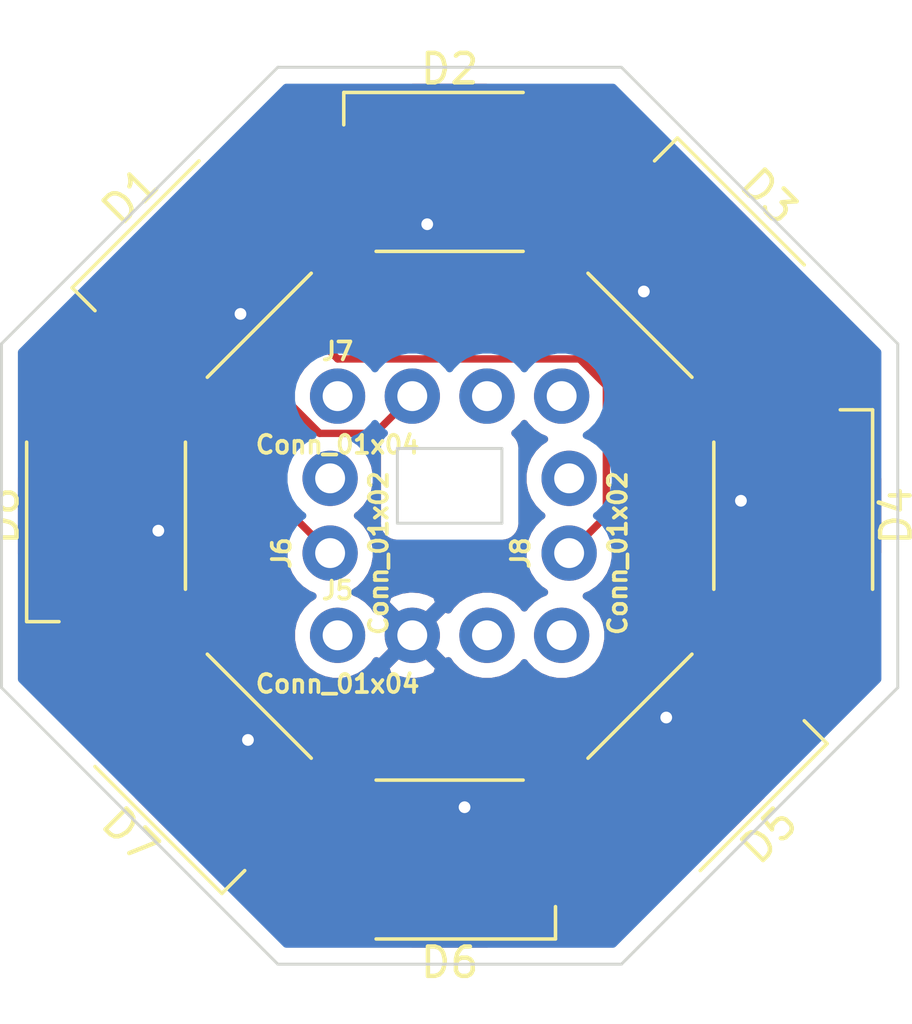
<source format=kicad_pcb>
(kicad_pcb (version 20171130) (host pcbnew "(5.1.2)-2")

  (general
    (thickness 1.6)
    (drawings 12)
    (tracks 122)
    (zones 0)
    (modules 12)
    (nets 19)
  )

  (page A4)
  (layers
    (0 F.Cu signal)
    (31 B.Cu signal)
    (32 B.Adhes user)
    (33 F.Adhes user)
    (34 B.Paste user)
    (35 F.Paste user)
    (36 B.SilkS user)
    (37 F.SilkS user)
    (38 B.Mask user)
    (39 F.Mask user)
    (40 Dwgs.User user)
    (41 Cmts.User user)
    (42 Eco1.User user)
    (43 Eco2.User user)
    (44 Edge.Cuts user)
    (45 Margin user)
    (46 B.CrtYd user)
    (47 F.CrtYd user)
    (48 B.Fab user)
    (49 F.Fab user)
  )

  (setup
    (last_trace_width 0.25)
    (trace_clearance 0.2)
    (zone_clearance 0.508)
    (zone_45_only no)
    (trace_min 0.2)
    (via_size 0.8)
    (via_drill 0.4)
    (via_min_size 0.4)
    (via_min_drill 0.3)
    (uvia_size 0.3)
    (uvia_drill 0.1)
    (uvias_allowed no)
    (uvia_min_size 0.2)
    (uvia_min_drill 0.1)
    (edge_width 0.1)
    (segment_width 0.2)
    (pcb_text_width 0.3)
    (pcb_text_size 1.5 1.5)
    (mod_edge_width 0.15)
    (mod_text_size 1 1)
    (mod_text_width 0.15)
    (pad_size 1.524 1.524)
    (pad_drill 0.762)
    (pad_to_mask_clearance 0)
    (aux_axis_origin 0 0)
    (visible_elements 7FF9FFFF)
    (pcbplotparams
      (layerselection 0x010fc_ffffffff)
      (usegerberextensions false)
      (usegerberattributes false)
      (usegerberadvancedattributes false)
      (creategerberjobfile false)
      (excludeedgelayer true)
      (linewidth 0.100000)
      (plotframeref false)
      (viasonmask false)
      (mode 1)
      (useauxorigin false)
      (hpglpennumber 1)
      (hpglpenspeed 20)
      (hpglpendiameter 15.000000)
      (psnegative false)
      (psa4output false)
      (plotreference true)
      (plotvalue true)
      (plotinvisibletext false)
      (padsonsilk false)
      (subtractmaskfromsilk false)
      (outputformat 1)
      (mirror false)
      (drillshape 1)
      (scaleselection 1)
      (outputdirectory ""))
  )

  (net 0 "")
  (net 1 GND)
  (net 2 5V)
  (net 3 "Net-(D1-Pad6)")
  (net 4 "Net-(D1-Pad5)")
  (net 5 LED_5V_CLOCK)
  (net 6 LED_5V_DATA)
  (net 7 "Net-(D2-Pad6)")
  (net 8 "Net-(D2-Pad5)")
  (net 9 "Net-(D3-Pad6)")
  (net 10 "Net-(D3-Pad5)")
  (net 11 "Net-(D4-Pad6)")
  (net 12 "Net-(D4-Pad5)")
  (net 13 "Net-(D5-Pad6)")
  (net 14 "Net-(D5-Pad5)")
  (net 15 "Net-(D6-Pad6)")
  (net 16 "Net-(D6-Pad5)")
  (net 17 "Net-(D7-Pad6)")
  (net 18 "Net-(D7-Pad5)")

  (net_class Default "This is the default net class."
    (clearance 0.2)
    (trace_width 0.25)
    (via_dia 0.8)
    (via_drill 0.4)
    (uvia_dia 0.3)
    (uvia_drill 0.1)
    (add_net 5V)
    (add_net GND)
    (add_net LED_5V_CLOCK)
    (add_net LED_5V_DATA)
    (add_net "Net-(D1-Pad5)")
    (add_net "Net-(D1-Pad6)")
    (add_net "Net-(D2-Pad5)")
    (add_net "Net-(D2-Pad6)")
    (add_net "Net-(D3-Pad5)")
    (add_net "Net-(D3-Pad6)")
    (add_net "Net-(D4-Pad5)")
    (add_net "Net-(D4-Pad6)")
    (add_net "Net-(D5-Pad5)")
    (add_net "Net-(D5-Pad6)")
    (add_net "Net-(D6-Pad5)")
    (add_net "Net-(D6-Pad6)")
    (add_net "Net-(D7-Pad5)")
    (add_net "Net-(D7-Pad6)")
  )

  (module Custom:1X02_ACTUAL_SIZE (layer F.Cu) (tedit 5E1A2FB6) (tstamp 5E1A46F3)
    (at 169.164 89.916 90)
    (descr "PLATED THROUGH HOLE - NO SILK OUTLINE")
    (tags "PLATED THROUGH HOLE - NO SILK OUTLINE")
    (path /5E1A5003)
    (attr virtual)
    (fp_text reference J8 (at 0 -1.651 90) (layer F.SilkS)
      (effects (font (size 0.6096 0.6096) (thickness 0.127)))
    )
    (fp_text value Conn_01x02 (at 0 1.651 90) (layer F.SilkS)
      (effects (font (size 0.6096 0.6096) (thickness 0.127)))
    )
    (fp_line (start -1.52 -1.27) (end -1.52 1.27) (layer Dwgs.User) (width 0.12))
    (fp_line (start 4.06 -1.27) (end -1.52 -1.27) (layer Dwgs.User) (width 0.12))
    (fp_line (start 4.06 1.27) (end 4.06 -1.27) (layer Dwgs.User) (width 0.12))
    (fp_line (start -1.52 1.27) (end 4.06 1.27) (layer Dwgs.User) (width 0.12))
    (pad 2 thru_hole circle (at 2.54 0 90) (size 1.8796 1.8796) (drill 1.016) (layers *.Cu *.Mask)
      (solder_mask_margin 0.1016))
    (pad 1 thru_hole circle (at 0 0 90) (size 1.8796 1.8796) (drill 1.016) (layers *.Cu *.Mask)
      (net 5 LED_5V_CLOCK) (solder_mask_margin 0.1016))
  )

  (module Custom:1X04_ACTUAL_SIZE (layer F.Cu) (tedit 5E1A2EF9) (tstamp 5E1A46E9)
    (at 161.29 84.582)
    (descr "PLATED THROUGH HOLE - 4 PIN NO SILK OUTLINE")
    (tags "PLATED THROUGH HOLE - 4 PIN NO SILK OUTLINE")
    (path /5E1A4AFD)
    (attr virtual)
    (fp_text reference J7 (at 0 -1.524) (layer F.SilkS)
      (effects (font (size 0.6096 0.6096) (thickness 0.127)))
    )
    (fp_text value Conn_01x04 (at 0 1.651) (layer F.SilkS)
      (effects (font (size 0.6096 0.6096) (thickness 0.127)))
    )
    (fp_line (start -1.52 1.27) (end -1.52 -1.27) (layer Dwgs.User) (width 0.12))
    (fp_line (start 9.14 1.27) (end -1.52 1.27) (layer Dwgs.User) (width 0.12))
    (fp_line (start 9.14 -1.27) (end 9.14 1.27) (layer Dwgs.User) (width 0.12))
    (fp_line (start -1.52 -1.27) (end 9.14 -1.27) (layer Dwgs.User) (width 0.12))
    (pad 4 thru_hole circle (at 7.62 0) (size 1.8796 1.8796) (drill 1.016) (layers *.Cu *.Mask)
      (solder_mask_margin 0.1016))
    (pad 3 thru_hole circle (at 5.08 0) (size 1.8796 1.8796) (drill 1.016) (layers *.Cu *.Mask)
      (solder_mask_margin 0.1016))
    (pad 2 thru_hole circle (at 2.54 0) (size 1.8796 1.8796) (drill 1.016) (layers *.Cu *.Mask)
      (net 6 LED_5V_DATA) (solder_mask_margin 0.1016))
    (pad 1 thru_hole circle (at 0 0) (size 1.8796 1.8796) (drill 1.016) (layers *.Cu *.Mask)
      (solder_mask_margin 0.1016))
  )

  (module Custom:1X02_ACTUAL_SIZE (layer F.Cu) (tedit 5E1A2FB6) (tstamp 5E1A46DD)
    (at 161.036 89.916 90)
    (descr "PLATED THROUGH HOLE - NO SILK OUTLINE")
    (tags "PLATED THROUGH HOLE - NO SILK OUTLINE")
    (path /5E1A5EED)
    (attr virtual)
    (fp_text reference J6 (at 0 -1.651 90) (layer F.SilkS)
      (effects (font (size 0.6096 0.6096) (thickness 0.127)))
    )
    (fp_text value Conn_01x02 (at 0 1.651 90) (layer F.SilkS)
      (effects (font (size 0.6096 0.6096) (thickness 0.127)))
    )
    (fp_line (start -1.52 -1.27) (end -1.52 1.27) (layer Dwgs.User) (width 0.12))
    (fp_line (start 4.06 -1.27) (end -1.52 -1.27) (layer Dwgs.User) (width 0.12))
    (fp_line (start 4.06 1.27) (end 4.06 -1.27) (layer Dwgs.User) (width 0.12))
    (fp_line (start -1.52 1.27) (end 4.06 1.27) (layer Dwgs.User) (width 0.12))
    (pad 2 thru_hole circle (at 2.54 0 90) (size 1.8796 1.8796) (drill 1.016) (layers *.Cu *.Mask)
      (solder_mask_margin 0.1016))
    (pad 1 thru_hole circle (at 0 0 90) (size 1.8796 1.8796) (drill 1.016) (layers *.Cu *.Mask)
      (net 2 5V) (solder_mask_margin 0.1016))
  )

  (module Custom:1X04_ACTUAL_SIZE (layer F.Cu) (tedit 5E1A2EF9) (tstamp 5E1A46D3)
    (at 161.29 92.71)
    (descr "PLATED THROUGH HOLE - 4 PIN NO SILK OUTLINE")
    (tags "PLATED THROUGH HOLE - 4 PIN NO SILK OUTLINE")
    (path /5E1A3CFF)
    (attr virtual)
    (fp_text reference J5 (at 0 -1.524) (layer F.SilkS)
      (effects (font (size 0.6096 0.6096) (thickness 0.127)))
    )
    (fp_text value Conn_01x04 (at 0 1.651) (layer F.SilkS)
      (effects (font (size 0.6096 0.6096) (thickness 0.127)))
    )
    (fp_line (start -1.52 1.27) (end -1.52 -1.27) (layer Dwgs.User) (width 0.12))
    (fp_line (start 9.14 1.27) (end -1.52 1.27) (layer Dwgs.User) (width 0.12))
    (fp_line (start 9.14 -1.27) (end 9.14 1.27) (layer Dwgs.User) (width 0.12))
    (fp_line (start -1.52 -1.27) (end 9.14 -1.27) (layer Dwgs.User) (width 0.12))
    (pad 4 thru_hole circle (at 7.62 0) (size 1.8796 1.8796) (drill 1.016) (layers *.Cu *.Mask)
      (solder_mask_margin 0.1016))
    (pad 3 thru_hole circle (at 5.08 0) (size 1.8796 1.8796) (drill 1.016) (layers *.Cu *.Mask)
      (solder_mask_margin 0.1016))
    (pad 2 thru_hole circle (at 2.54 0) (size 1.8796 1.8796) (drill 1.016) (layers *.Cu *.Mask)
      (net 1 GND) (solder_mask_margin 0.1016))
    (pad 1 thru_hole circle (at 0 0) (size 1.8796 1.8796) (drill 1.016) (layers *.Cu *.Mask)
      (solder_mask_margin 0.1016))
  )

  (module LED_SMD:LED_RGB_5050-6 (layer F.Cu) (tedit 59155824) (tstamp 5E2E0C2A)
    (at 156.718 80.264 45)
    (descr http://cdn.sparkfun.com/datasheets/Components/LED/5060BRG4.pdf)
    (tags "RGB LED 5050-6")
    (path /5E1A87FE)
    (attr smd)
    (fp_text reference D1 (at 0 -3.5 225) (layer F.SilkS)
      (effects (font (size 1 1) (thickness 0.15)))
    )
    (fp_text value APA102 (at 0 3.3 45) (layer F.Fab)
      (effects (font (size 1 1) (thickness 0.15)))
    )
    (fp_circle (center 0 0) (end 0 -1.9) (layer F.Fab) (width 0.1))
    (fp_text user %R (at 0 0 45) (layer F.Fab)
      (effects (font (size 0.6 0.6) (thickness 0.06)))
    )
    (fp_line (start -3.65 -2.75) (end -3.65 2.75) (layer F.CrtYd) (width 0.05))
    (fp_line (start -3.65 2.75) (end 3.65 2.75) (layer F.CrtYd) (width 0.05))
    (fp_line (start 3.65 2.75) (end 3.65 -2.75) (layer F.CrtYd) (width 0.05))
    (fp_line (start 3.65 -2.75) (end -3.65 -2.75) (layer F.CrtYd) (width 0.05))
    (fp_line (start 2.5 2.7) (end -2.5 2.7) (layer F.SilkS) (width 0.12))
    (fp_line (start -3.6 -1.6) (end -3.6 -2.7) (layer F.SilkS) (width 0.12))
    (fp_line (start -3.6 -2.7) (end 2.5 -2.7) (layer F.SilkS) (width 0.12))
    (fp_line (start -2.5 -2.5) (end -2.5 2.5) (layer F.Fab) (width 0.1))
    (fp_line (start -2.5 2.5) (end 2.5 2.5) (layer F.Fab) (width 0.1))
    (fp_line (start 2.5 2.5) (end 2.5 -2.5) (layer F.Fab) (width 0.1))
    (fp_line (start 2.5 -2.5) (end -2.5 -2.5) (layer F.Fab) (width 0.1))
    (fp_line (start -2.5 -1.9) (end -1.9 -2.5) (layer F.Fab) (width 0.1))
    (pad 6 smd rect (at 2.4 -1.7 135) (size 1.1 2) (layers F.Cu F.Paste F.Mask)
      (net 3 "Net-(D1-Pad6)"))
    (pad 5 smd rect (at 2.4 0 135) (size 1.1 2) (layers F.Cu F.Paste F.Mask)
      (net 4 "Net-(D1-Pad5)"))
    (pad 4 smd rect (at 2.4 1.7 135) (size 1.1 2) (layers F.Cu F.Paste F.Mask)
      (net 2 5V))
    (pad 3 smd rect (at -2.4 1.7 135) (size 1.1 2) (layers F.Cu F.Paste F.Mask)
      (net 1 GND))
    (pad 2 smd rect (at -2.4 0 135) (size 1.1 2) (layers F.Cu F.Paste F.Mask)
      (net 5 LED_5V_CLOCK))
    (pad 1 smd rect (at -2.4 -1.7 135) (size 1.1 2) (layers F.Cu F.Paste F.Mask)
      (net 6 LED_5V_DATA))
    (model ${KISYS3DMOD}/LED_SMD.3dshapes/LED_RGB_5050-6.wrl
      (at (xyz 0 0 0))
      (scale (xyz 1 1 1))
      (rotate (xyz 0 0 0))
    )
  )

  (module LED_SMD:LED_RGB_5050-6 (layer F.Cu) (tedit 59155824) (tstamp 5E2E0C58)
    (at 165.1 76.962)
    (descr http://cdn.sparkfun.com/datasheets/Components/LED/5060BRG4.pdf)
    (tags "RGB LED 5050-6")
    (path /5E2E1F3A)
    (attr smd)
    (fp_text reference D2 (at 0 -3.5 180) (layer F.SilkS)
      (effects (font (size 1 1) (thickness 0.15)))
    )
    (fp_text value APA102 (at 0 3.3) (layer F.Fab)
      (effects (font (size 1 1) (thickness 0.15)))
    )
    (fp_line (start -2.5 -1.9) (end -1.9 -2.5) (layer F.Fab) (width 0.1))
    (fp_line (start 2.5 -2.5) (end -2.5 -2.5) (layer F.Fab) (width 0.1))
    (fp_line (start 2.5 2.5) (end 2.5 -2.5) (layer F.Fab) (width 0.1))
    (fp_line (start -2.5 2.5) (end 2.5 2.5) (layer F.Fab) (width 0.1))
    (fp_line (start -2.5 -2.5) (end -2.5 2.5) (layer F.Fab) (width 0.1))
    (fp_line (start -3.6 -2.7) (end 2.5 -2.7) (layer F.SilkS) (width 0.12))
    (fp_line (start -3.6 -1.6) (end -3.6 -2.7) (layer F.SilkS) (width 0.12))
    (fp_line (start 2.5 2.7) (end -2.5 2.7) (layer F.SilkS) (width 0.12))
    (fp_line (start 3.65 -2.75) (end -3.65 -2.75) (layer F.CrtYd) (width 0.05))
    (fp_line (start 3.65 2.75) (end 3.65 -2.75) (layer F.CrtYd) (width 0.05))
    (fp_line (start -3.65 2.75) (end 3.65 2.75) (layer F.CrtYd) (width 0.05))
    (fp_line (start -3.65 -2.75) (end -3.65 2.75) (layer F.CrtYd) (width 0.05))
    (fp_text user %R (at 0 0) (layer F.Fab)
      (effects (font (size 0.6 0.6) (thickness 0.06)))
    )
    (fp_circle (center 0 0) (end 0 -1.9) (layer F.Fab) (width 0.1))
    (pad 1 smd rect (at -2.4 -1.7 90) (size 1.1 2) (layers F.Cu F.Paste F.Mask)
      (net 3 "Net-(D1-Pad6)"))
    (pad 2 smd rect (at -2.4 0 90) (size 1.1 2) (layers F.Cu F.Paste F.Mask)
      (net 4 "Net-(D1-Pad5)"))
    (pad 3 smd rect (at -2.4 1.7 90) (size 1.1 2) (layers F.Cu F.Paste F.Mask)
      (net 1 GND))
    (pad 4 smd rect (at 2.4 1.7 90) (size 1.1 2) (layers F.Cu F.Paste F.Mask)
      (net 2 5V))
    (pad 5 smd rect (at 2.4 0 90) (size 1.1 2) (layers F.Cu F.Paste F.Mask)
      (net 8 "Net-(D2-Pad5)"))
    (pad 6 smd rect (at 2.4 -1.7 90) (size 1.1 2) (layers F.Cu F.Paste F.Mask)
      (net 7 "Net-(D2-Pad6)"))
    (model ${KISYS3DMOD}/LED_SMD.3dshapes/LED_RGB_5050-6.wrl
      (at (xyz 0 0 0))
      (scale (xyz 1 1 1))
      (rotate (xyz 0 0 0))
    )
  )

  (module LED_SMD:LED_RGB_5050-6 (layer F.Cu) (tedit 59155824) (tstamp 5E2E0C70)
    (at 173.482 80.264 315)
    (descr http://cdn.sparkfun.com/datasheets/Components/LED/5060BRG4.pdf)
    (tags "RGB LED 5050-6")
    (path /5E2E26C8)
    (attr smd)
    (fp_text reference D3 (at 0 -3.5 315) (layer F.SilkS)
      (effects (font (size 1 1) (thickness 0.15)))
    )
    (fp_text value APA102 (at 0 3.3 135) (layer F.Fab)
      (effects (font (size 1 1) (thickness 0.15)))
    )
    (fp_circle (center 0 0) (end 0 -1.9) (layer F.Fab) (width 0.1))
    (fp_text user %R (at 0 0 135) (layer F.Fab)
      (effects (font (size 0.6 0.6) (thickness 0.06)))
    )
    (fp_line (start -3.65 -2.75) (end -3.65 2.75) (layer F.CrtYd) (width 0.05))
    (fp_line (start -3.65 2.75) (end 3.65 2.75) (layer F.CrtYd) (width 0.05))
    (fp_line (start 3.65 2.75) (end 3.65 -2.75) (layer F.CrtYd) (width 0.05))
    (fp_line (start 3.65 -2.75) (end -3.65 -2.75) (layer F.CrtYd) (width 0.05))
    (fp_line (start 2.5 2.7) (end -2.5 2.7) (layer F.SilkS) (width 0.12))
    (fp_line (start -3.6 -1.6) (end -3.6 -2.7) (layer F.SilkS) (width 0.12))
    (fp_line (start -3.6 -2.7) (end 2.5 -2.7) (layer F.SilkS) (width 0.12))
    (fp_line (start -2.5 -2.5) (end -2.5 2.5) (layer F.Fab) (width 0.1))
    (fp_line (start -2.5 2.5) (end 2.5 2.5) (layer F.Fab) (width 0.1))
    (fp_line (start 2.5 2.5) (end 2.5 -2.5) (layer F.Fab) (width 0.1))
    (fp_line (start 2.5 -2.5) (end -2.5 -2.5) (layer F.Fab) (width 0.1))
    (fp_line (start -2.5 -1.9) (end -1.9 -2.5) (layer F.Fab) (width 0.1))
    (pad 6 smd rect (at 2.4 -1.7 45) (size 1.1 2) (layers F.Cu F.Paste F.Mask)
      (net 9 "Net-(D3-Pad6)"))
    (pad 5 smd rect (at 2.4 0 45) (size 1.1 2) (layers F.Cu F.Paste F.Mask)
      (net 10 "Net-(D3-Pad5)"))
    (pad 4 smd rect (at 2.4 1.7 45) (size 1.1 2) (layers F.Cu F.Paste F.Mask)
      (net 2 5V))
    (pad 3 smd rect (at -2.4 1.7 45) (size 1.1 2) (layers F.Cu F.Paste F.Mask)
      (net 1 GND))
    (pad 2 smd rect (at -2.4 0 45) (size 1.1 2) (layers F.Cu F.Paste F.Mask)
      (net 8 "Net-(D2-Pad5)"))
    (pad 1 smd rect (at -2.4 -1.7 45) (size 1.1 2) (layers F.Cu F.Paste F.Mask)
      (net 7 "Net-(D2-Pad6)"))
    (model ${KISYS3DMOD}/LED_SMD.3dshapes/LED_RGB_5050-6.wrl
      (at (xyz 0 0 0))
      (scale (xyz 1 1 1))
      (rotate (xyz 0 0 0))
    )
  )

  (module LED_SMD:LED_RGB_5050-6 (layer F.Cu) (tedit 59155824) (tstamp 5E2E0C88)
    (at 176.784 88.646 270)
    (descr http://cdn.sparkfun.com/datasheets/Components/LED/5060BRG4.pdf)
    (tags "RGB LED 5050-6")
    (path /5E2E302F)
    (attr smd)
    (fp_text reference D4 (at 0 -3.5 270) (layer F.SilkS)
      (effects (font (size 1 1) (thickness 0.15)))
    )
    (fp_text value APA102 (at 0 3.3 90) (layer F.Fab)
      (effects (font (size 1 1) (thickness 0.15)))
    )
    (fp_line (start -2.5 -1.9) (end -1.9 -2.5) (layer F.Fab) (width 0.1))
    (fp_line (start 2.5 -2.5) (end -2.5 -2.5) (layer F.Fab) (width 0.1))
    (fp_line (start 2.5 2.5) (end 2.5 -2.5) (layer F.Fab) (width 0.1))
    (fp_line (start -2.5 2.5) (end 2.5 2.5) (layer F.Fab) (width 0.1))
    (fp_line (start -2.5 -2.5) (end -2.5 2.5) (layer F.Fab) (width 0.1))
    (fp_line (start -3.6 -2.7) (end 2.5 -2.7) (layer F.SilkS) (width 0.12))
    (fp_line (start -3.6 -1.6) (end -3.6 -2.7) (layer F.SilkS) (width 0.12))
    (fp_line (start 2.5 2.7) (end -2.5 2.7) (layer F.SilkS) (width 0.12))
    (fp_line (start 3.65 -2.75) (end -3.65 -2.75) (layer F.CrtYd) (width 0.05))
    (fp_line (start 3.65 2.75) (end 3.65 -2.75) (layer F.CrtYd) (width 0.05))
    (fp_line (start -3.65 2.75) (end 3.65 2.75) (layer F.CrtYd) (width 0.05))
    (fp_line (start -3.65 -2.75) (end -3.65 2.75) (layer F.CrtYd) (width 0.05))
    (fp_text user %R (at 0 0 90) (layer F.Fab)
      (effects (font (size 0.6 0.6) (thickness 0.06)))
    )
    (fp_circle (center 0 0) (end 0 -1.9) (layer F.Fab) (width 0.1))
    (pad 1 smd rect (at -2.4 -1.7) (size 1.1 2) (layers F.Cu F.Paste F.Mask)
      (net 9 "Net-(D3-Pad6)"))
    (pad 2 smd rect (at -2.4 0) (size 1.1 2) (layers F.Cu F.Paste F.Mask)
      (net 10 "Net-(D3-Pad5)"))
    (pad 3 smd rect (at -2.4 1.7) (size 1.1 2) (layers F.Cu F.Paste F.Mask)
      (net 1 GND))
    (pad 4 smd rect (at 2.4 1.7) (size 1.1 2) (layers F.Cu F.Paste F.Mask)
      (net 2 5V))
    (pad 5 smd rect (at 2.4 0) (size 1.1 2) (layers F.Cu F.Paste F.Mask)
      (net 12 "Net-(D4-Pad5)"))
    (pad 6 smd rect (at 2.4 -1.7) (size 1.1 2) (layers F.Cu F.Paste F.Mask)
      (net 11 "Net-(D4-Pad6)"))
    (model ${KISYS3DMOD}/LED_SMD.3dshapes/LED_RGB_5050-6.wrl
      (at (xyz 0 0 0))
      (scale (xyz 1 1 1))
      (rotate (xyz 0 0 0))
    )
  )

  (module LED_SMD:LED_RGB_5050-6 (layer F.Cu) (tedit 59155824) (tstamp 5E2E0CA0)
    (at 173.482 97.028 225)
    (descr http://cdn.sparkfun.com/datasheets/Components/LED/5060BRG4.pdf)
    (tags "RGB LED 5050-6")
    (path /5E2E367A)
    (attr smd)
    (fp_text reference D5 (at 0 -3.5 225) (layer F.SilkS)
      (effects (font (size 1 1) (thickness 0.15)))
    )
    (fp_text value APA102 (at 0 3.3 45) (layer F.Fab)
      (effects (font (size 1 1) (thickness 0.15)))
    )
    (fp_circle (center 0 0) (end 0 -1.9) (layer F.Fab) (width 0.1))
    (fp_text user %R (at 0 0 45) (layer F.Fab)
      (effects (font (size 0.6 0.6) (thickness 0.06)))
    )
    (fp_line (start -3.65 -2.75) (end -3.65 2.75) (layer F.CrtYd) (width 0.05))
    (fp_line (start -3.65 2.75) (end 3.65 2.75) (layer F.CrtYd) (width 0.05))
    (fp_line (start 3.65 2.75) (end 3.65 -2.75) (layer F.CrtYd) (width 0.05))
    (fp_line (start 3.65 -2.75) (end -3.65 -2.75) (layer F.CrtYd) (width 0.05))
    (fp_line (start 2.5 2.7) (end -2.5 2.7) (layer F.SilkS) (width 0.12))
    (fp_line (start -3.6 -1.6) (end -3.6 -2.7) (layer F.SilkS) (width 0.12))
    (fp_line (start -3.6 -2.7) (end 2.5 -2.7) (layer F.SilkS) (width 0.12))
    (fp_line (start -2.5 -2.5) (end -2.5 2.5) (layer F.Fab) (width 0.1))
    (fp_line (start -2.5 2.5) (end 2.5 2.5) (layer F.Fab) (width 0.1))
    (fp_line (start 2.5 2.5) (end 2.5 -2.5) (layer F.Fab) (width 0.1))
    (fp_line (start 2.5 -2.5) (end -2.5 -2.5) (layer F.Fab) (width 0.1))
    (fp_line (start -2.5 -1.9) (end -1.9 -2.5) (layer F.Fab) (width 0.1))
    (pad 6 smd rect (at 2.4 -1.7 315) (size 1.1 2) (layers F.Cu F.Paste F.Mask)
      (net 13 "Net-(D5-Pad6)"))
    (pad 5 smd rect (at 2.4 0 315) (size 1.1 2) (layers F.Cu F.Paste F.Mask)
      (net 14 "Net-(D5-Pad5)"))
    (pad 4 smd rect (at 2.4 1.7 315) (size 1.1 2) (layers F.Cu F.Paste F.Mask)
      (net 2 5V))
    (pad 3 smd rect (at -2.4 1.7 315) (size 1.1 2) (layers F.Cu F.Paste F.Mask)
      (net 1 GND))
    (pad 2 smd rect (at -2.4 0 315) (size 1.1 2) (layers F.Cu F.Paste F.Mask)
      (net 12 "Net-(D4-Pad5)"))
    (pad 1 smd rect (at -2.4 -1.7 315) (size 1.1 2) (layers F.Cu F.Paste F.Mask)
      (net 11 "Net-(D4-Pad6)"))
    (model ${KISYS3DMOD}/LED_SMD.3dshapes/LED_RGB_5050-6.wrl
      (at (xyz 0 0 0))
      (scale (xyz 1 1 1))
      (rotate (xyz 0 0 0))
    )
  )

  (module LED_SMD:LED_RGB_5050-6 (layer F.Cu) (tedit 59155824) (tstamp 5E2E0CB8)
    (at 165.1 100.33 180)
    (descr http://cdn.sparkfun.com/datasheets/Components/LED/5060BRG4.pdf)
    (tags "RGB LED 5050-6")
    (path /5E2E3C37)
    (attr smd)
    (fp_text reference D6 (at 0 -3.5 180) (layer F.SilkS)
      (effects (font (size 1 1) (thickness 0.15)))
    )
    (fp_text value APA102 (at 0 3.3) (layer F.Fab)
      (effects (font (size 1 1) (thickness 0.15)))
    )
    (fp_line (start -2.5 -1.9) (end -1.9 -2.5) (layer F.Fab) (width 0.1))
    (fp_line (start 2.5 -2.5) (end -2.5 -2.5) (layer F.Fab) (width 0.1))
    (fp_line (start 2.5 2.5) (end 2.5 -2.5) (layer F.Fab) (width 0.1))
    (fp_line (start -2.5 2.5) (end 2.5 2.5) (layer F.Fab) (width 0.1))
    (fp_line (start -2.5 -2.5) (end -2.5 2.5) (layer F.Fab) (width 0.1))
    (fp_line (start -3.6 -2.7) (end 2.5 -2.7) (layer F.SilkS) (width 0.12))
    (fp_line (start -3.6 -1.6) (end -3.6 -2.7) (layer F.SilkS) (width 0.12))
    (fp_line (start 2.5 2.7) (end -2.5 2.7) (layer F.SilkS) (width 0.12))
    (fp_line (start 3.65 -2.75) (end -3.65 -2.75) (layer F.CrtYd) (width 0.05))
    (fp_line (start 3.65 2.75) (end 3.65 -2.75) (layer F.CrtYd) (width 0.05))
    (fp_line (start -3.65 2.75) (end 3.65 2.75) (layer F.CrtYd) (width 0.05))
    (fp_line (start -3.65 -2.75) (end -3.65 2.75) (layer F.CrtYd) (width 0.05))
    (fp_text user %R (at 0 0) (layer F.Fab)
      (effects (font (size 0.6 0.6) (thickness 0.06)))
    )
    (fp_circle (center 0 0) (end 0 -1.9) (layer F.Fab) (width 0.1))
    (pad 1 smd rect (at -2.4 -1.7 270) (size 1.1 2) (layers F.Cu F.Paste F.Mask)
      (net 13 "Net-(D5-Pad6)"))
    (pad 2 smd rect (at -2.4 0 270) (size 1.1 2) (layers F.Cu F.Paste F.Mask)
      (net 14 "Net-(D5-Pad5)"))
    (pad 3 smd rect (at -2.4 1.7 270) (size 1.1 2) (layers F.Cu F.Paste F.Mask)
      (net 1 GND))
    (pad 4 smd rect (at 2.4 1.7 270) (size 1.1 2) (layers F.Cu F.Paste F.Mask)
      (net 2 5V))
    (pad 5 smd rect (at 2.4 0 270) (size 1.1 2) (layers F.Cu F.Paste F.Mask)
      (net 16 "Net-(D6-Pad5)"))
    (pad 6 smd rect (at 2.4 -1.7 270) (size 1.1 2) (layers F.Cu F.Paste F.Mask)
      (net 15 "Net-(D6-Pad6)"))
    (model ${KISYS3DMOD}/LED_SMD.3dshapes/LED_RGB_5050-6.wrl
      (at (xyz 0 0 0))
      (scale (xyz 1 1 1))
      (rotate (xyz 0 0 0))
    )
  )

  (module LED_SMD:LED_RGB_5050-6 (layer F.Cu) (tedit 59155824) (tstamp 5E2E0CD0)
    (at 156.718 97.028 135)
    (descr http://cdn.sparkfun.com/datasheets/Components/LED/5060BRG4.pdf)
    (tags "RGB LED 5050-6")
    (path /5E2E46EE)
    (attr smd)
    (fp_text reference D7 (at 0 -3.5 315) (layer F.SilkS)
      (effects (font (size 1 1) (thickness 0.15)))
    )
    (fp_text value APA102 (at 0 3.3 135) (layer F.Fab)
      (effects (font (size 1 1) (thickness 0.15)))
    )
    (fp_circle (center 0 0) (end 0 -1.9) (layer F.Fab) (width 0.1))
    (fp_text user %R (at 0 0 135) (layer F.Fab)
      (effects (font (size 0.6 0.6) (thickness 0.06)))
    )
    (fp_line (start -3.65 -2.75) (end -3.65 2.75) (layer F.CrtYd) (width 0.05))
    (fp_line (start -3.65 2.75) (end 3.65 2.75) (layer F.CrtYd) (width 0.05))
    (fp_line (start 3.65 2.75) (end 3.65 -2.75) (layer F.CrtYd) (width 0.05))
    (fp_line (start 3.65 -2.75) (end -3.65 -2.75) (layer F.CrtYd) (width 0.05))
    (fp_line (start 2.5 2.7) (end -2.5 2.7) (layer F.SilkS) (width 0.12))
    (fp_line (start -3.6 -1.6) (end -3.6 -2.7) (layer F.SilkS) (width 0.12))
    (fp_line (start -3.6 -2.7) (end 2.5 -2.7) (layer F.SilkS) (width 0.12))
    (fp_line (start -2.5 -2.5) (end -2.5 2.5) (layer F.Fab) (width 0.1))
    (fp_line (start -2.5 2.5) (end 2.5 2.5) (layer F.Fab) (width 0.1))
    (fp_line (start 2.5 2.5) (end 2.5 -2.5) (layer F.Fab) (width 0.1))
    (fp_line (start 2.5 -2.5) (end -2.5 -2.5) (layer F.Fab) (width 0.1))
    (fp_line (start -2.5 -1.9) (end -1.9 -2.5) (layer F.Fab) (width 0.1))
    (pad 6 smd rect (at 2.4 -1.7 225) (size 1.1 2) (layers F.Cu F.Paste F.Mask)
      (net 17 "Net-(D7-Pad6)"))
    (pad 5 smd rect (at 2.4 0 225) (size 1.1 2) (layers F.Cu F.Paste F.Mask)
      (net 18 "Net-(D7-Pad5)"))
    (pad 4 smd rect (at 2.4 1.7 225) (size 1.1 2) (layers F.Cu F.Paste F.Mask)
      (net 2 5V))
    (pad 3 smd rect (at -2.4 1.7 225) (size 1.1 2) (layers F.Cu F.Paste F.Mask)
      (net 1 GND))
    (pad 2 smd rect (at -2.4 0 225) (size 1.1 2) (layers F.Cu F.Paste F.Mask)
      (net 16 "Net-(D6-Pad5)"))
    (pad 1 smd rect (at -2.4 -1.7 225) (size 1.1 2) (layers F.Cu F.Paste F.Mask)
      (net 15 "Net-(D6-Pad6)"))
    (model ${KISYS3DMOD}/LED_SMD.3dshapes/LED_RGB_5050-6.wrl
      (at (xyz 0 0 0))
      (scale (xyz 1 1 1))
      (rotate (xyz 0 0 0))
    )
  )

  (module LED_SMD:LED_RGB_5050-6 (layer F.Cu) (tedit 59155824) (tstamp 5E2E0CE8)
    (at 153.416 88.646 90)
    (descr http://cdn.sparkfun.com/datasheets/Components/LED/5060BRG4.pdf)
    (tags "RGB LED 5050-6")
    (path /5E2E536E)
    (attr smd)
    (fp_text reference D8 (at 0 -3.5 270) (layer F.SilkS)
      (effects (font (size 1 1) (thickness 0.15)))
    )
    (fp_text value APA102 (at 0 3.3 90) (layer F.Fab)
      (effects (font (size 1 1) (thickness 0.15)))
    )
    (fp_line (start -2.5 -1.9) (end -1.9 -2.5) (layer F.Fab) (width 0.1))
    (fp_line (start 2.5 -2.5) (end -2.5 -2.5) (layer F.Fab) (width 0.1))
    (fp_line (start 2.5 2.5) (end 2.5 -2.5) (layer F.Fab) (width 0.1))
    (fp_line (start -2.5 2.5) (end 2.5 2.5) (layer F.Fab) (width 0.1))
    (fp_line (start -2.5 -2.5) (end -2.5 2.5) (layer F.Fab) (width 0.1))
    (fp_line (start -3.6 -2.7) (end 2.5 -2.7) (layer F.SilkS) (width 0.12))
    (fp_line (start -3.6 -1.6) (end -3.6 -2.7) (layer F.SilkS) (width 0.12))
    (fp_line (start 2.5 2.7) (end -2.5 2.7) (layer F.SilkS) (width 0.12))
    (fp_line (start 3.65 -2.75) (end -3.65 -2.75) (layer F.CrtYd) (width 0.05))
    (fp_line (start 3.65 2.75) (end 3.65 -2.75) (layer F.CrtYd) (width 0.05))
    (fp_line (start -3.65 2.75) (end 3.65 2.75) (layer F.CrtYd) (width 0.05))
    (fp_line (start -3.65 -2.75) (end -3.65 2.75) (layer F.CrtYd) (width 0.05))
    (fp_text user %R (at 0 0 90) (layer F.Fab)
      (effects (font (size 0.6 0.6) (thickness 0.06)))
    )
    (fp_circle (center 0 0) (end 0 -1.9) (layer F.Fab) (width 0.1))
    (pad 1 smd rect (at -2.4 -1.7 180) (size 1.1 2) (layers F.Cu F.Paste F.Mask)
      (net 17 "Net-(D7-Pad6)"))
    (pad 2 smd rect (at -2.4 0 180) (size 1.1 2) (layers F.Cu F.Paste F.Mask)
      (net 18 "Net-(D7-Pad5)"))
    (pad 3 smd rect (at -2.4 1.7 180) (size 1.1 2) (layers F.Cu F.Paste F.Mask)
      (net 1 GND))
    (pad 4 smd rect (at 2.4 1.7 180) (size 1.1 2) (layers F.Cu F.Paste F.Mask)
      (net 2 5V))
    (pad 5 smd rect (at 2.4 0 180) (size 1.1 2) (layers F.Cu F.Paste F.Mask))
    (pad 6 smd rect (at 2.4 -1.7 180) (size 1.1 2) (layers F.Cu F.Paste F.Mask))
    (model ${KISYS3DMOD}/LED_SMD.3dshapes/LED_RGB_5050-6.wrl
      (at (xyz 0 0 0))
      (scale (xyz 1 1 1))
      (rotate (xyz 0 0 0))
    )
  )

  (gr_line (start 180.34 82.804) (end 170.942 73.406) (layer Edge.Cuts) (width 0.1) (tstamp 5E2E1C84))
  (gr_line (start 170.942 103.886) (end 180.34 94.488) (layer Edge.Cuts) (width 0.1) (tstamp 5E2E1C83))
  (gr_line (start 149.86 94.488) (end 159.258 103.886) (layer Edge.Cuts) (width 0.1) (tstamp 5E2E1C82))
  (gr_line (start 159.258 73.406) (end 149.86 82.804) (layer Edge.Cuts) (width 0.1) (tstamp 5E2E1C6F))
  (gr_line (start 149.86 94.488) (end 149.86 82.804) (layer Edge.Cuts) (width 0.1))
  (gr_line (start 170.942 103.886) (end 159.258 103.886) (layer Edge.Cuts) (width 0.1))
  (gr_line (start 180.34 82.804) (end 180.34 94.488) (layer Edge.Cuts) (width 0.1))
  (gr_line (start 159.258 73.406) (end 170.942 73.406) (layer Edge.Cuts) (width 0.1))
  (gr_line (start 163.322 86.36) (end 163.322 88.9) (layer Edge.Cuts) (width 0.1) (tstamp 5E1BBAA0))
  (gr_line (start 166.878 86.36) (end 163.322 86.36) (layer Edge.Cuts) (width 0.1))
  (gr_line (start 166.878 88.9) (end 166.878 86.36) (layer Edge.Cuts) (width 0.1))
  (gr_line (start 163.322 88.9) (end 166.878 88.9) (layer Edge.Cuts) (width 0.1))

  (via (at 157.988 81.788) (size 0.8) (drill 0.4) (layers F.Cu B.Cu) (net 1))
  (segment (start 156.223025 83.163138) (end 156.612862 83.163138) (width 0.25) (layer F.Cu) (net 1))
  (segment (start 156.612862 83.163138) (end 157.988 81.788) (width 0.25) (layer F.Cu) (net 1))
  (via (at 164.338 78.74) (size 0.8) (drill 0.4) (layers F.Cu B.Cu) (net 1))
  (segment (start 157.988 81.788) (end 161.036 78.74) (width 0.25) (layer B.Cu) (net 1))
  (segment (start 161.036 78.74) (end 164.338 78.74) (width 0.25) (layer B.Cu) (net 1))
  (segment (start 162.778 78.74) (end 162.7 78.662) (width 0.25) (layer F.Cu) (net 1))
  (segment (start 164.338 78.74) (end 162.778 78.74) (width 0.25) (layer F.Cu) (net 1))
  (via (at 171.704 81.026) (size 0.8) (drill 0.4) (layers F.Cu B.Cu) (net 1))
  (segment (start 164.338 78.74) (end 169.418 78.74) (width 0.25) (layer B.Cu) (net 1))
  (segment (start 169.418 78.74) (end 171.704 81.026) (width 0.25) (layer B.Cu) (net 1))
  (segment (start 171.704 80.890163) (end 170.582862 79.769025) (width 0.25) (layer F.Cu) (net 1))
  (segment (start 171.704 81.026) (end 171.704 80.890163) (width 0.25) (layer F.Cu) (net 1))
  (segment (start 171.704 81.026) (end 172.103999 81.425999) (width 0.25) (layer B.Cu) (net 1))
  (via (at 175.006 88.138) (size 0.8) (drill 0.4) (layers F.Cu B.Cu) (net 1))
  (segment (start 172.103999 81.425999) (end 175.006 84.328) (width 0.25) (layer B.Cu) (net 1))
  (segment (start 175.006 84.328) (end 175.006 88.138) (width 0.25) (layer B.Cu) (net 1))
  (segment (start 175.006 86.324) (end 175.084 86.246) (width 0.25) (layer F.Cu) (net 1))
  (segment (start 175.006 88.138) (end 175.006 86.324) (width 0.25) (layer F.Cu) (net 1))
  (via (at 172.466 95.504) (size 0.8) (drill 0.4) (layers F.Cu B.Cu) (net 1))
  (segment (start 175.006 88.138) (end 175.006 92.964) (width 0.25) (layer B.Cu) (net 1))
  (segment (start 175.006 92.964) (end 172.466 95.504) (width 0.25) (layer B.Cu) (net 1))
  (segment (start 172.601837 95.504) (end 173.976975 94.128862) (width 0.25) (layer F.Cu) (net 1))
  (segment (start 172.466 95.504) (end 172.601837 95.504) (width 0.25) (layer F.Cu) (net 1))
  (segment (start 172.466 95.504) (end 169.418 98.552) (width 0.25) (layer B.Cu) (net 1))
  (via (at 165.608 98.552) (size 0.8) (drill 0.4) (layers F.Cu B.Cu) (net 1))
  (segment (start 169.418 98.552) (end 165.608 98.552) (width 0.25) (layer B.Cu) (net 1))
  (segment (start 167.422 98.552) (end 167.5 98.63) (width 0.25) (layer F.Cu) (net 1))
  (segment (start 165.608 98.552) (end 167.422 98.552) (width 0.25) (layer F.Cu) (net 1))
  (segment (start 165.608 98.552) (end 160.528 98.552) (width 0.25) (layer B.Cu) (net 1))
  (via (at 158.242 96.266) (size 0.8) (drill 0.4) (layers F.Cu B.Cu) (net 1))
  (segment (start 160.528 98.552) (end 158.242 96.266) (width 0.25) (layer B.Cu) (net 1))
  (segment (start 158.360163 96.266) (end 159.617138 97.522975) (width 0.25) (layer F.Cu) (net 1))
  (segment (start 158.242 96.266) (end 158.360163 96.266) (width 0.25) (layer F.Cu) (net 1))
  (segment (start 158.242 96.266) (end 155.194 93.218) (width 0.25) (layer B.Cu) (net 1))
  (segment (start 155.194 93.218) (end 155.194 89.154) (width 0.25) (layer B.Cu) (net 1))
  (via (at 155.194 89.154) (size 0.8) (drill 0.4) (layers F.Cu B.Cu) (net 1))
  (segment (start 155.194 90.968) (end 155.116 91.046) (width 0.25) (layer F.Cu) (net 1))
  (segment (start 155.194 89.154) (end 155.194 90.968) (width 0.25) (layer F.Cu) (net 1))
  (segment (start 165.608 94.488) (end 163.83 92.71) (width 0.25) (layer B.Cu) (net 1))
  (segment (start 165.608 98.552) (end 165.608 94.488) (width 0.25) (layer B.Cu) (net 1))
  (segment (start 166.25 78.662) (end 167.5 78.662) (width 0.25) (layer F.Cu) (net 2))
  (segment (start 165.374999 79.537001) (end 166.25 78.662) (width 0.25) (layer F.Cu) (net 2))
  (segment (start 160.72698 79.537001) (end 165.374999 79.537001) (width 0.25) (layer F.Cu) (net 2))
  (segment (start 160.494956 79.769025) (end 160.72698 79.537001) (width 0.25) (layer F.Cu) (net 2))
  (segment (start 159.617138 79.769025) (end 160.494956 79.769025) (width 0.25) (layer F.Cu) (net 2))
  (segment (start 173.099157 83.163138) (end 173.976975 83.163138) (width 0.25) (layer F.Cu) (net 2))
  (segment (start 171.201138 83.163138) (end 173.099157 83.163138) (width 0.25) (layer F.Cu) (net 2))
  (segment (start 167.5 79.462) (end 171.201138 83.163138) (width 0.25) (layer F.Cu) (net 2))
  (segment (start 167.5 78.662) (end 167.5 79.462) (width 0.25) (layer F.Cu) (net 2))
  (segment (start 175.084 89.796) (end 175.084 91.046) (width 0.25) (layer F.Cu) (net 2))
  (segment (start 173.517356 88.229356) (end 175.084 89.796) (width 0.25) (layer F.Cu) (net 2))
  (segment (start 173.517356 83.622757) (end 173.517356 88.229356) (width 0.25) (layer F.Cu) (net 2))
  (segment (start 173.976975 83.163138) (end 173.517356 83.622757) (width 0.25) (layer F.Cu) (net 2))
  (segment (start 170.582862 96.645157) (end 170.582862 97.522975) (width 0.25) (layer F.Cu) (net 2))
  (segment (start 170.582862 94.747138) (end 170.582862 96.645157) (width 0.25) (layer F.Cu) (net 2))
  (segment (start 174.284 91.046) (end 170.582862 94.747138) (width 0.25) (layer F.Cu) (net 2))
  (segment (start 175.084 91.046) (end 174.284 91.046) (width 0.25) (layer F.Cu) (net 2))
  (segment (start 163.007025 97.522975) (end 162.7 97.83) (width 0.25) (layer F.Cu) (net 2))
  (segment (start 170.582862 97.522975) (end 163.007025 97.522975) (width 0.25) (layer F.Cu) (net 2))
  (segment (start 157.100843 94.128862) (end 156.223025 94.128862) (width 0.25) (layer F.Cu) (net 2))
  (segment (start 158.998862 94.128862) (end 157.100843 94.128862) (width 0.25) (layer F.Cu) (net 2))
  (segment (start 162.7 97.83) (end 158.998862 94.128862) (width 0.25) (layer F.Cu) (net 2))
  (segment (start 162.7 98.63) (end 162.7 97.83) (width 0.25) (layer F.Cu) (net 2))
  (segment (start 155.916 86.246) (end 155.116 86.246) (width 0.25) (layer F.Cu) (net 2))
  (segment (start 156.223025 86.553025) (end 155.916 86.246) (width 0.25) (layer F.Cu) (net 2))
  (segment (start 156.223025 94.128862) (end 156.223025 86.553025) (width 0.25) (layer F.Cu) (net 2))
  (segment (start 157.366 86.246) (end 161.036 89.916) (width 0.25) (layer F.Cu) (net 2))
  (segment (start 155.116 86.246) (end 157.366 86.246) (width 0.25) (layer F.Cu) (net 2))
  (segment (start 159.315837 75.262) (end 162.7 75.262) (width 0.25) (layer F.Cu) (net 3))
  (segment (start 157.212975 77.364862) (end 159.315837 75.262) (width 0.25) (layer F.Cu) (net 3))
  (segment (start 160.02 76.962) (end 162.7 76.962) (width 0.25) (layer F.Cu) (net 4))
  (segment (start 158.415056 78.566944) (end 160.02 76.962) (width 0.25) (layer F.Cu) (net 4))
  (segment (start 170.428801 88.651199) (end 170.103799 88.976201) (width 0.25) (layer F.Cu) (net 5))
  (segment (start 170.428801 84.228895) (end 170.428801 88.651199) (width 0.25) (layer F.Cu) (net 5))
  (segment (start 169.517105 83.317199) (end 170.428801 84.228895) (width 0.25) (layer F.Cu) (net 5))
  (segment (start 170.103799 88.976201) (end 169.164 89.916) (width 0.25) (layer F.Cu) (net 5))
  (segment (start 161.291462 83.317199) (end 169.517105 83.317199) (width 0.25) (layer F.Cu) (net 5))
  (segment (start 159.037262 81.062999) (end 161.291462 83.317199) (width 0.25) (layer F.Cu) (net 5))
  (segment (start 155.919001 81.062999) (end 159.037262 81.062999) (width 0.25) (layer F.Cu) (net 5))
  (segment (start 155.020944 81.961056) (end 155.919001 81.062999) (width 0.25) (layer F.Cu) (net 5))
  (segment (start 160.678567 85.846801) (end 162.565199 85.846801) (width 0.25) (layer F.Cu) (net 6))
  (segment (start 159.41593 84.584164) (end 160.678567 85.846801) (width 0.25) (layer F.Cu) (net 6))
  (segment (start 155.770201 84.584164) (end 159.41593 84.584164) (width 0.25) (layer F.Cu) (net 6))
  (segment (start 153.599918 82.413881) (end 155.770201 84.584164) (width 0.25) (layer F.Cu) (net 6))
  (segment (start 162.565199 85.846801) (end 162.890201 85.521799) (width 0.25) (layer F.Cu) (net 6))
  (segment (start 153.818862 81.925684) (end 153.599918 82.144628) (width 0.25) (layer F.Cu) (net 6))
  (segment (start 162.890201 85.521799) (end 163.83 84.582) (width 0.25) (layer F.Cu) (net 6))
  (segment (start 153.599918 82.144628) (end 153.599918 82.413881) (width 0.25) (layer F.Cu) (net 6))
  (segment (start 153.818862 80.758975) (end 153.818862 81.925684) (width 0.25) (layer F.Cu) (net 6))
  (segment (start 170.884163 75.262) (end 172.987025 77.364862) (width 0.25) (layer F.Cu) (net 7))
  (segment (start 167.5 75.262) (end 170.884163 75.262) (width 0.25) (layer F.Cu) (net 7))
  (segment (start 170.18 76.962) (end 171.784944 78.566944) (width 0.25) (layer F.Cu) (net 8))
  (segment (start 167.5 76.962) (end 170.18 76.962) (width 0.25) (layer F.Cu) (net 8))
  (segment (start 178.484 84.996) (end 178.484 86.246) (width 0.25) (layer F.Cu) (net 9))
  (segment (start 178.484 83.739655) (end 178.484 84.996) (width 0.25) (layer F.Cu) (net 9))
  (segment (start 176.381138 81.636793) (end 178.484 83.739655) (width 0.25) (layer F.Cu) (net 9))
  (segment (start 176.381138 80.758975) (end 176.381138 81.636793) (width 0.25) (layer F.Cu) (net 9))
  (segment (start 176.784 83.566) (end 176.784 86.246) (width 0.25) (layer F.Cu) (net 10))
  (segment (start 175.179056 81.961056) (end 176.784 83.566) (width 0.25) (layer F.Cu) (net 10))
  (segment (start 178.484 94.430163) (end 176.381138 96.533025) (width 0.25) (layer F.Cu) (net 11))
  (segment (start 178.484 91.046) (end 178.484 94.430163) (width 0.25) (layer F.Cu) (net 11))
  (segment (start 176.784 93.726) (end 175.179056 95.330944) (width 0.25) (layer F.Cu) (net 12))
  (segment (start 176.784 91.046) (end 176.784 93.726) (width 0.25) (layer F.Cu) (net 12))
  (segment (start 168.75 102.03) (end 167.5 102.03) (width 0.25) (layer F.Cu) (net 13))
  (segment (start 170.006345 102.03) (end 168.75 102.03) (width 0.25) (layer F.Cu) (net 13))
  (segment (start 172.109207 99.927138) (end 170.006345 102.03) (width 0.25) (layer F.Cu) (net 13))
  (segment (start 172.987025 99.927138) (end 172.109207 99.927138) (width 0.25) (layer F.Cu) (net 13))
  (segment (start 168.75 100.33) (end 167.5 100.33) (width 0.25) (layer F.Cu) (net 14))
  (segment (start 169.302182 100.33) (end 168.75 100.33) (width 0.25) (layer F.Cu) (net 14))
  (segment (start 170.907126 98.725056) (end 169.302182 100.33) (width 0.25) (layer F.Cu) (net 14))
  (segment (start 171.784944 98.725056) (end 170.907126 98.725056) (width 0.25) (layer F.Cu) (net 14))
  (segment (start 159.315837 102.03) (end 157.212975 99.927138) (width 0.25) (layer F.Cu) (net 15))
  (segment (start 162.7 102.03) (end 159.315837 102.03) (width 0.25) (layer F.Cu) (net 15))
  (segment (start 160.02 100.33) (end 158.415056 98.725056) (width 0.25) (layer F.Cu) (net 16))
  (segment (start 162.7 100.33) (end 160.02 100.33) (width 0.25) (layer F.Cu) (net 16))
  (segment (start 151.716 94.430163) (end 151.716 91.046) (width 0.25) (layer F.Cu) (net 17))
  (segment (start 153.818862 96.533025) (end 151.716 94.430163) (width 0.25) (layer F.Cu) (net 17))
  (segment (start 153.416 92.296) (end 153.416 91.046) (width 0.25) (layer F.Cu) (net 18))
  (segment (start 153.416 92.848182) (end 153.416 92.296) (width 0.25) (layer F.Cu) (net 18))
  (segment (start 155.020944 94.453126) (end 153.416 92.848182) (width 0.25) (layer F.Cu) (net 18))
  (segment (start 155.020944 95.330944) (end 155.020944 94.453126) (width 0.25) (layer F.Cu) (net 18))

  (zone (net 1) (net_name GND) (layer F.Cu) (tstamp 0) (hatch edge 0.508)
    (connect_pads (clearance 0.508))
    (min_thickness 0.254)
    (fill yes (arc_segments 32) (thermal_gap 0.508) (thermal_bridge_width 0.508))
    (polygon
      (pts
        (xy 149.86 71.12) (xy 180.848 71.12) (xy 180.848 105.918) (xy 149.86 105.918)
      )
    )
    (filled_polygon
      (pts
        (xy 165.865 98.34425) (xy 166.02375 98.503) (xy 167.373 98.503) (xy 167.373 98.483) (xy 167.627 98.483)
        (xy 167.627 98.503) (xy 168.97625 98.503) (xy 169.111277 98.367974) (xy 169.650342 98.907039) (xy 169.065836 99.491545)
        (xy 169.059665 99.48) (xy 169.089502 99.42418) (xy 169.125812 99.304482) (xy 169.138072 99.18) (xy 169.135 98.91575)
        (xy 168.97625 98.757) (xy 167.627 98.757) (xy 167.627 98.777) (xy 167.373 98.777) (xy 167.373 98.757)
        (xy 166.02375 98.757) (xy 165.865 98.91575) (xy 165.861928 99.18) (xy 165.874188 99.304482) (xy 165.910498 99.42418)
        (xy 165.940335 99.48) (xy 165.910498 99.53582) (xy 165.874188 99.655518) (xy 165.861928 99.78) (xy 165.861928 100.88)
        (xy 165.874188 101.004482) (xy 165.910498 101.12418) (xy 165.940335 101.18) (xy 165.910498 101.23582) (xy 165.874188 101.355518)
        (xy 165.861928 101.48) (xy 165.861928 102.58) (xy 165.874188 102.704482) (xy 165.910498 102.82418) (xy 165.969463 102.934494)
        (xy 166.048815 103.031185) (xy 166.145506 103.110537) (xy 166.25582 103.169502) (xy 166.359655 103.201) (xy 163.840345 103.201)
        (xy 163.94418 103.169502) (xy 164.054494 103.110537) (xy 164.151185 103.031185) (xy 164.230537 102.934494) (xy 164.289502 102.82418)
        (xy 164.325812 102.704482) (xy 164.338072 102.58) (xy 164.338072 101.48) (xy 164.325812 101.355518) (xy 164.289502 101.23582)
        (xy 164.259665 101.18) (xy 164.289502 101.12418) (xy 164.325812 101.004482) (xy 164.338072 100.88) (xy 164.338072 99.78)
        (xy 164.325812 99.655518) (xy 164.289502 99.53582) (xy 164.259665 99.48) (xy 164.289502 99.42418) (xy 164.325812 99.304482)
        (xy 164.338072 99.18) (xy 164.338072 98.282975) (xy 165.864288 98.282975)
      )
    )
    (filled_polygon
      (pts
        (xy 161.345042 97.549844) (xy 161.298062 97.588399) (xy 161.243691 97.486679) (xy 161.164339 97.389988) (xy 160.657115 96.887109)
        (xy 160.432609 96.887109) (xy 159.796743 97.522975) (xy 160.750807 98.477039) (xy 160.975313 98.477039) (xy 161.061928 98.392415)
        (xy 161.061928 99.18) (xy 161.074188 99.304482) (xy 161.110498 99.42418) (xy 161.140335 99.48) (xy 161.110498 99.53582)
        (xy 161.10013 99.57) (xy 160.334802 99.57) (xy 160.083736 99.318935) (xy 160.100574 99.287434) (xy 160.118947 99.226866)
        (xy 160.179516 99.208493) (xy 160.28983 99.149528) (xy 160.386521 99.070176) (xy 160.571202 98.88115) (xy 160.571202 98.656644)
        (xy 159.617138 97.70258) (xy 159.602996 97.716723) (xy 159.423391 97.537118) (xy 159.437533 97.522975) (xy 158.483469 96.568911)
        (xy 158.258963 96.568911) (xy 158.069937 96.753592) (xy 157.990585 96.850283) (xy 157.93162 96.960597) (xy 157.913248 97.021164)
        (xy 157.852678 97.039538) (xy 157.742364 97.098503) (xy 157.645673 97.177855) (xy 156.867855 97.955673) (xy 156.788503 98.052364)
        (xy 156.729538 98.162678) (xy 156.711165 98.223247) (xy 156.650597 98.24162) (xy 156.540283 98.300585) (xy 156.443592 98.379937)
        (xy 155.665774 99.157755) (xy 155.590371 99.249634) (xy 154.496366 98.155629) (xy 154.588245 98.080226) (xy 155.366063 97.302408)
        (xy 155.445415 97.205717) (xy 155.50438 97.095403) (xy 155.522753 97.034835) (xy 155.583322 97.016462) (xy 155.693636 96.957497)
        (xy 155.790327 96.878145) (xy 156.503672 96.1648) (xy 158.663074 96.1648) (xy 158.663074 96.389306) (xy 159.617138 97.34337)
        (xy 160.253004 96.707504) (xy 160.253004 96.482998) (xy 159.750125 95.975774) (xy 159.653434 95.896422) (xy 159.543119 95.837457)
        (xy 159.423421 95.801148) (xy 159.29894 95.788888) (xy 159.174459 95.801148) (xy 159.05476 95.837457) (xy 158.944446 95.896422)
        (xy 158.847755 95.975774) (xy 158.663074 96.1648) (xy 156.503672 96.1648) (xy 156.568145 96.100327) (xy 156.647497 96.003636)
        (xy 156.706462 95.893322) (xy 156.724835 95.832753) (xy 156.785403 95.81438) (xy 156.895717 95.755415) (xy 156.992408 95.676063)
        (xy 157.770226 94.898245) (xy 157.777926 94.888862) (xy 158.684061 94.888862)
      )
    )
    (filled_polygon
      (pts
        (xy 174.042399 92.447938) (xy 173.940679 92.502309) (xy 173.843988 92.581661) (xy 173.341109 93.088885) (xy 173.341109 93.313391)
        (xy 173.976975 93.949257) (xy 174.931039 92.995193) (xy 174.931039 92.770687) (xy 174.846415 92.684072) (xy 175.634 92.684072)
        (xy 175.758482 92.671812) (xy 175.87818 92.635502) (xy 175.934 92.605665) (xy 175.98982 92.635502) (xy 176.024001 92.645871)
        (xy 176.024001 93.411197) (xy 175.772935 93.662264) (xy 175.741434 93.645426) (xy 175.680866 93.627053) (xy 175.662493 93.566484)
        (xy 175.603528 93.45617) (xy 175.524176 93.359479) (xy 175.33515 93.174798) (xy 175.110644 93.174798) (xy 174.15658 94.128862)
        (xy 174.170723 94.143005) (xy 173.991118 94.32261) (xy 173.976975 94.308467) (xy 173.022911 95.262531) (xy 173.022911 95.487037)
        (xy 173.207592 95.676063) (xy 173.304283 95.755415) (xy 173.414597 95.81438) (xy 173.475164 95.832752) (xy 173.493538 95.893322)
        (xy 173.552503 96.003636) (xy 173.631855 96.100327) (xy 174.409673 96.878145) (xy 174.506364 96.957497) (xy 174.616678 97.016462)
        (xy 174.677247 97.034835) (xy 174.69562 97.095403) (xy 174.754585 97.205717) (xy 174.833937 97.302408) (xy 175.611755 98.080226)
        (xy 175.703634 98.155629) (xy 174.609629 99.249634) (xy 174.534226 99.157755) (xy 173.756408 98.379937) (xy 173.659717 98.300585)
        (xy 173.549403 98.24162) (xy 173.488835 98.223247) (xy 173.470462 98.162678) (xy 173.411497 98.052364) (xy 173.332145 97.955673)
        (xy 172.554327 97.177855) (xy 172.457636 97.098503) (xy 172.347322 97.039538) (xy 172.286753 97.021165) (xy 172.26838 96.960597)
        (xy 172.209415 96.850283) (xy 172.130063 96.753592) (xy 171.352245 95.975774) (xy 171.342862 95.968074) (xy 171.342862 95.061939)
        (xy 171.957741 94.44706) (xy 172.242888 94.44706) (xy 172.255148 94.571541) (xy 172.291457 94.69124) (xy 172.350422 94.801554)
        (xy 172.429774 94.898245) (xy 172.6188 95.082926) (xy 172.843306 95.082926) (xy 173.79737 94.128862) (xy 173.161504 93.492996)
        (xy 172.936998 93.492996) (xy 172.429774 93.995875) (xy 172.350422 94.092566) (xy 172.291457 94.202881) (xy 172.255148 94.322579)
        (xy 172.242888 94.44706) (xy 171.957741 94.44706) (xy 174.003844 92.400958)
      )
    )
    (filled_polygon
      (pts
        (xy 171.201138 83.926815) (xy 171.238471 83.923138) (xy 172.757356 83.923138) (xy 172.757357 88.192024) (xy 172.75368 88.229356)
        (xy 172.768354 88.378341) (xy 172.81181 88.521602) (xy 172.882382 88.653632) (xy 172.914505 88.692773) (xy 172.977356 88.769357)
        (xy 173.006354 88.793155) (xy 173.969062 89.755864) (xy 173.944498 89.80182) (xy 173.908188 89.921518) (xy 173.895928 90.046)
        (xy 173.895928 90.391674) (xy 173.859724 90.411026) (xy 173.743999 90.505999) (xy 173.720201 90.534997) (xy 170.071865 94.183334)
        (xy 170.042861 94.207137) (xy 169.994553 94.266001) (xy 169.947888 94.322862) (xy 169.931396 94.353717) (xy 169.877316 94.454892)
        (xy 169.833859 94.598153) (xy 169.822862 94.709806) (xy 169.822862 94.709816) (xy 169.819186 94.747138) (xy 169.822862 94.784461)
        (xy 169.822863 96.602786) (xy 169.662674 96.762975) (xy 163.044348 96.762975) (xy 163.007025 96.759299) (xy 162.969702 96.762975)
        (xy 162.969692 96.762975) (xy 162.858039 96.773972) (xy 162.751187 96.806385) (xy 159.562666 93.617865) (xy 159.538863 93.588861)
        (xy 159.423138 93.493888) (xy 159.291109 93.423316) (xy 159.147848 93.379859) (xy 159.036195 93.368862) (xy 159.036184 93.368862)
        (xy 158.998862 93.365186) (xy 158.96154 93.368862) (xy 157.143213 93.368862) (xy 156.983025 93.208674) (xy 156.983025 87.006)
        (xy 157.051199 87.006) (xy 159.518421 89.473223) (xy 159.4612 89.760896) (xy 159.4612 90.071104) (xy 159.521718 90.375352)
        (xy 159.64043 90.661948) (xy 159.812773 90.919877) (xy 160.032123 91.139227) (xy 160.290052 91.31157) (xy 160.449493 91.377613)
        (xy 160.286123 91.486773) (xy 160.066773 91.706123) (xy 159.89443 91.964052) (xy 159.775718 92.250648) (xy 159.7152 92.554896)
        (xy 159.7152 92.865104) (xy 159.775718 93.169352) (xy 159.89443 93.455948) (xy 160.066773 93.713877) (xy 160.286123 93.933227)
        (xy 160.544052 94.10557) (xy 160.830648 94.224282) (xy 161.134896 94.2848) (xy 161.445104 94.2848) (xy 161.749352 94.224282)
        (xy 162.035948 94.10557) (xy 162.293877 93.933227) (xy 162.424628 93.802476) (xy 162.917129 93.802476) (xy 163.005623 94.060723)
        (xy 163.284976 94.195597) (xy 163.585275 94.273381) (xy 163.894977 94.291084) (xy 164.202184 94.248027) (xy 164.495086 94.145865)
        (xy 164.654377 94.060723) (xy 164.742871 93.802476) (xy 163.83 92.889605) (xy 162.917129 93.802476) (xy 162.424628 93.802476)
        (xy 162.513227 93.713877) (xy 162.604495 93.577286) (xy 162.737524 93.622871) (xy 163.650395 92.71) (xy 162.737524 91.797129)
        (xy 162.604495 91.842714) (xy 162.513227 91.706123) (xy 162.424628 91.617524) (xy 162.917129 91.617524) (xy 163.83 92.530395)
        (xy 164.742871 91.617524) (xy 164.654377 91.359277) (xy 164.375024 91.224403) (xy 164.074725 91.146619) (xy 163.765023 91.128916)
        (xy 163.457816 91.171973) (xy 163.164914 91.274135) (xy 163.005623 91.359277) (xy 162.917129 91.617524) (xy 162.424628 91.617524)
        (xy 162.293877 91.486773) (xy 162.035948 91.31443) (xy 161.876507 91.248387) (xy 162.039877 91.139227) (xy 162.259227 90.919877)
        (xy 162.43157 90.661948) (xy 162.550282 90.375352) (xy 162.6108 90.071104) (xy 162.6108 89.760896) (xy 162.550282 89.456648)
        (xy 162.43157 89.170052) (xy 162.259227 88.912123) (xy 162.039877 88.692773) (xy 161.969876 88.646) (xy 162.039877 88.599227)
        (xy 162.259227 88.379877) (xy 162.43157 88.121948) (xy 162.550282 87.835352) (xy 162.6108 87.531104) (xy 162.6108 87.220896)
        (xy 162.550282 86.916648) (xy 162.43157 86.630052) (xy 162.416034 86.606801) (xy 162.527877 86.606801) (xy 162.565199 86.610477)
        (xy 162.602521 86.606801) (xy 162.602532 86.606801) (xy 162.637 86.603406) (xy 162.637001 88.866343) (xy 162.633686 88.9)
        (xy 162.646912 89.034283) (xy 162.686081 89.163406) (xy 162.749688 89.282407) (xy 162.835289 89.386711) (xy 162.939593 89.472312)
        (xy 163.058594 89.535919) (xy 163.187717 89.575088) (xy 163.288353 89.585) (xy 163.322 89.588314) (xy 163.355647 89.585)
        (xy 166.844353 89.585) (xy 166.878 89.588314) (xy 166.911647 89.585) (xy 167.012283 89.575088) (xy 167.141406 89.535919)
        (xy 167.260407 89.472312) (xy 167.364711 89.386711) (xy 167.450312 89.282407) (xy 167.513919 89.163406) (xy 167.553088 89.034283)
        (xy 167.566314 88.9) (xy 167.563 88.866353) (xy 167.563 86.393647) (xy 167.566314 86.36) (xy 167.553088 86.225717)
        (xy 167.513919 86.096594) (xy 167.450312 85.977593) (xy 167.364711 85.873289) (xy 167.323111 85.839148) (xy 167.373877 85.805227)
        (xy 167.593227 85.585877) (xy 167.64 85.515876) (xy 167.686773 85.585877) (xy 167.906123 85.805227) (xy 168.164052 85.97757)
        (xy 168.323493 86.043613) (xy 168.160123 86.152773) (xy 167.940773 86.372123) (xy 167.76843 86.630052) (xy 167.649718 86.916648)
        (xy 167.5892 87.220896) (xy 167.5892 87.531104) (xy 167.649718 87.835352) (xy 167.76843 88.121948) (xy 167.940773 88.379877)
        (xy 168.160123 88.599227) (xy 168.230124 88.646) (xy 168.160123 88.692773) (xy 167.940773 88.912123) (xy 167.76843 89.170052)
        (xy 167.649718 89.456648) (xy 167.5892 89.760896) (xy 167.5892 90.071104) (xy 167.649718 90.375352) (xy 167.76843 90.661948)
        (xy 167.940773 90.919877) (xy 168.160123 91.139227) (xy 168.323493 91.248387) (xy 168.164052 91.31443) (xy 167.906123 91.486773)
        (xy 167.686773 91.706123) (xy 167.64 91.776124) (xy 167.593227 91.706123) (xy 167.373877 91.486773) (xy 167.115948 91.31443)
        (xy 166.829352 91.195718) (xy 166.525104 91.1352) (xy 166.214896 91.1352) (xy 165.910648 91.195718) (xy 165.624052 91.31443)
        (xy 165.366123 91.486773) (xy 165.146773 91.706123) (xy 165.055505 91.842714) (xy 164.922476 91.797129) (xy 164.009605 92.71)
        (xy 164.922476 93.622871) (xy 165.055505 93.577286) (xy 165.146773 93.713877) (xy 165.366123 93.933227) (xy 165.624052 94.10557)
        (xy 165.910648 94.224282) (xy 166.214896 94.2848) (xy 166.525104 94.2848) (xy 166.829352 94.224282) (xy 167.115948 94.10557)
        (xy 167.373877 93.933227) (xy 167.593227 93.713877) (xy 167.64 93.643876) (xy 167.686773 93.713877) (xy 167.906123 93.933227)
        (xy 168.164052 94.10557) (xy 168.450648 94.224282) (xy 168.754896 94.2848) (xy 169.065104 94.2848) (xy 169.369352 94.224282)
        (xy 169.655948 94.10557) (xy 169.913877 93.933227) (xy 170.133227 93.713877) (xy 170.30557 93.455948) (xy 170.424282 93.169352)
        (xy 170.4848 92.865104) (xy 170.4848 92.554896) (xy 170.424282 92.250648) (xy 170.30557 91.964052) (xy 170.133227 91.706123)
        (xy 169.913877 91.486773) (xy 169.750507 91.377613) (xy 169.909948 91.31157) (xy 170.167877 91.139227) (xy 170.387227 90.919877)
        (xy 170.55957 90.661948) (xy 170.678282 90.375352) (xy 170.7388 90.071104) (xy 170.7388 89.760896) (xy 170.681579 89.473222)
        (xy 170.939798 89.215003) (xy 170.968802 89.1912) (xy 171.063775 89.075475) (xy 171.134347 88.943446) (xy 171.177804 88.800185)
        (xy 171.188801 88.688532) (xy 171.188801 88.688523) (xy 171.192477 88.6512) (xy 171.188801 88.613877) (xy 171.188801 84.266218)
        (xy 171.192477 84.228895) (xy 171.188801 84.191572) (xy 171.188801 84.191562) (xy 171.177804 84.079909) (xy 171.134347 83.936648)
        (xy 171.125087 83.919325)
      )
    )
    (filled_polygon
      (pts
        (xy 150.576498 87.49018) (xy 150.635463 87.600494) (xy 150.714815 87.697185) (xy 150.811506 87.776537) (xy 150.92182 87.835502)
        (xy 151.041518 87.871812) (xy 151.166 87.884072) (xy 152.266 87.884072) (xy 152.390482 87.871812) (xy 152.51018 87.835502)
        (xy 152.566 87.805665) (xy 152.62182 87.835502) (xy 152.741518 87.871812) (xy 152.866 87.884072) (xy 153.966 87.884072)
        (xy 154.090482 87.871812) (xy 154.21018 87.835502) (xy 154.266 87.805665) (xy 154.32182 87.835502) (xy 154.441518 87.871812)
        (xy 154.566 87.884072) (xy 155.463026 87.884072) (xy 155.463026 89.410288) (xy 155.40175 89.411) (xy 155.243 89.56975)
        (xy 155.243 90.919) (xy 155.263 90.919) (xy 155.263 91.173) (xy 155.243 91.173) (xy 155.243 92.52225)
        (xy 155.378027 92.657277) (xy 154.838961 93.196342) (xy 154.254455 92.611836) (xy 154.266 92.605665) (xy 154.32182 92.635502)
        (xy 154.441518 92.671812) (xy 154.566 92.684072) (xy 154.83025 92.681) (xy 154.989 92.52225) (xy 154.989 91.173)
        (xy 154.969 91.173) (xy 154.969 90.919) (xy 154.989 90.919) (xy 154.989 89.56975) (xy 154.83025 89.411)
        (xy 154.566 89.407928) (xy 154.441518 89.420188) (xy 154.32182 89.456498) (xy 154.266 89.486335) (xy 154.21018 89.456498)
        (xy 154.090482 89.420188) (xy 153.966 89.407928) (xy 152.866 89.407928) (xy 152.741518 89.420188) (xy 152.62182 89.456498)
        (xy 152.566 89.486335) (xy 152.51018 89.456498) (xy 152.390482 89.420188) (xy 152.266 89.407928) (xy 151.166 89.407928)
        (xy 151.041518 89.420188) (xy 150.92182 89.456498) (xy 150.811506 89.515463) (xy 150.714815 89.594815) (xy 150.635463 89.691506)
        (xy 150.576498 89.80182) (xy 150.545 89.905655) (xy 150.545 87.386345)
      )
    )
    (filled_polygon
      (pts
        (xy 176.024 83.880802) (xy 176.024 84.646129) (xy 175.98982 84.656498) (xy 175.934 84.686335) (xy 175.87818 84.656498)
        (xy 175.758482 84.620188) (xy 175.634 84.607928) (xy 175.36975 84.611) (xy 175.211 84.76975) (xy 175.211 86.119)
        (xy 175.231 86.119) (xy 175.231 86.373) (xy 175.211 86.373) (xy 175.211 87.72225) (xy 175.36975 87.881)
        (xy 175.634 87.884072) (xy 175.758482 87.871812) (xy 175.87818 87.835502) (xy 175.934 87.805665) (xy 175.98982 87.835502)
        (xy 176.109518 87.871812) (xy 176.234 87.884072) (xy 177.334 87.884072) (xy 177.458482 87.871812) (xy 177.57818 87.835502)
        (xy 177.634 87.805665) (xy 177.68982 87.835502) (xy 177.809518 87.871812) (xy 177.934 87.884072) (xy 179.034 87.884072)
        (xy 179.158482 87.871812) (xy 179.27818 87.835502) (xy 179.388494 87.776537) (xy 179.485185 87.697185) (xy 179.564537 87.600494)
        (xy 179.623502 87.49018) (xy 179.655 87.386345) (xy 179.655001 89.905657) (xy 179.623502 89.80182) (xy 179.564537 89.691506)
        (xy 179.485185 89.594815) (xy 179.388494 89.515463) (xy 179.27818 89.456498) (xy 179.158482 89.420188) (xy 179.034 89.407928)
        (xy 177.934 89.407928) (xy 177.809518 89.420188) (xy 177.68982 89.456498) (xy 177.634 89.486335) (xy 177.57818 89.456498)
        (xy 177.458482 89.420188) (xy 177.334 89.407928) (xy 176.234 89.407928) (xy 176.109518 89.420188) (xy 175.98982 89.456498)
        (xy 175.934 89.486335) (xy 175.87818 89.456498) (xy 175.758482 89.420188) (xy 175.744123 89.418774) (xy 175.718974 89.371724)
        (xy 175.624001 89.255999) (xy 175.595004 89.232202) (xy 174.277356 87.914555) (xy 174.277356 87.82884) (xy 174.28982 87.835502)
        (xy 174.409518 87.871812) (xy 174.534 87.884072) (xy 174.79825 87.881) (xy 174.957 87.72225) (xy 174.957 86.373)
        (xy 174.937 86.373) (xy 174.937 86.119) (xy 174.957 86.119) (xy 174.957 84.76975) (xy 174.821974 84.634724)
        (xy 175.524176 83.932521) (xy 175.603528 83.83583) (xy 175.662493 83.725516) (xy 175.680866 83.664947) (xy 175.741434 83.646574)
        (xy 175.772935 83.629736)
      )
    )
    (filled_polygon
      (pts
        (xy 160.272179 83.372717) (xy 160.066773 83.578123) (xy 159.89443 83.836052) (xy 159.845699 83.953698) (xy 159.840206 83.94919)
        (xy 159.708177 83.878618) (xy 159.564916 83.835161) (xy 159.453263 83.824164) (xy 159.453252 83.824164) (xy 159.41593 83.820488)
        (xy 159.378608 83.824164) (xy 157.063659 83.824164) (xy 157.038499 83.799004) (xy 157.263002 83.799004) (xy 157.770226 83.296125)
        (xy 157.849578 83.199434) (xy 157.908543 83.089119) (xy 157.944852 82.969421) (xy 157.957112 82.84494) (xy 157.944852 82.720459)
        (xy 157.908543 82.60076) (xy 157.849578 82.490446) (xy 157.770226 82.393755) (xy 157.5812 82.209074) (xy 157.356694 82.209074)
        (xy 156.40263 83.163138) (xy 156.416773 83.177281) (xy 156.237168 83.356886) (xy 156.223025 83.342743) (xy 156.208883 83.356886)
        (xy 156.029278 83.177281) (xy 156.04342 83.163138) (xy 156.029278 83.148996) (xy 156.208883 82.969391) (xy 156.223025 82.983533)
        (xy 157.177089 82.029469) (xy 157.177089 81.822999) (xy 158.722461 81.822999)
      )
    )
    (filled_polygon
      (pts
        (xy 170.116264 77.973065) (xy 170.099426 78.004566) (xy 170.081053 78.065134) (xy 170.020484 78.083507) (xy 169.91017 78.142472)
        (xy 169.813479 78.221824) (xy 169.628798 78.41085) (xy 169.628798 78.635356) (xy 170.582862 79.58942) (xy 170.597005 79.575278)
        (xy 170.77661 79.754883) (xy 170.762467 79.769025) (xy 171.716531 80.723089) (xy 171.941037 80.723089) (xy 172.130063 80.538408)
        (xy 172.209415 80.441717) (xy 172.26838 80.331403) (xy 172.286752 80.270836) (xy 172.347322 80.252462) (xy 172.457636 80.193497)
        (xy 172.554327 80.114145) (xy 173.332145 79.336327) (xy 173.411497 79.239636) (xy 173.470462 79.129322) (xy 173.488835 79.068753)
        (xy 173.549403 79.05038) (xy 173.659717 78.991415) (xy 173.756408 78.912063) (xy 174.534226 78.134245) (xy 174.609629 78.042366)
        (xy 175.703634 79.136371) (xy 175.611755 79.211774) (xy 174.833937 79.989592) (xy 174.754585 80.086283) (xy 174.69562 80.196597)
        (xy 174.677247 80.257165) (xy 174.616678 80.275538) (xy 174.506364 80.334503) (xy 174.409673 80.413855) (xy 173.631855 81.191673)
        (xy 173.552503 81.288364) (xy 173.493538 81.398678) (xy 173.475165 81.459247) (xy 173.414597 81.47762) (xy 173.304283 81.536585)
        (xy 173.207592 81.615937) (xy 172.429774 82.393755) (xy 172.422074 82.403138) (xy 171.51594 82.403138) (xy 169.697298 80.584496)
        (xy 169.946996 80.584496) (xy 169.946996 80.809002) (xy 170.449875 81.316226) (xy 170.546566 81.395578) (xy 170.656881 81.454543)
        (xy 170.776579 81.490852) (xy 170.90106 81.503112) (xy 171.025541 81.490852) (xy 171.14524 81.454543) (xy 171.255554 81.395578)
        (xy 171.352245 81.316226) (xy 171.536926 81.1272) (xy 171.536926 80.902694) (xy 170.582862 79.94863) (xy 169.946996 80.584496)
        (xy 169.697298 80.584496) (xy 168.854958 79.742156) (xy 168.901938 79.703601) (xy 168.956309 79.805321) (xy 169.035661 79.902012)
        (xy 169.542885 80.404891) (xy 169.767391 80.404891) (xy 170.403257 79.769025) (xy 169.449193 78.814961) (xy 169.224687 78.814961)
        (xy 169.138072 78.899585) (xy 169.138072 78.112) (xy 169.125812 77.987518) (xy 169.089502 77.86782) (xy 169.059665 77.812)
        (xy 169.089502 77.75618) (xy 169.09987 77.722) (xy 169.865199 77.722)
      )
    )
    (filled_polygon
      (pts
        (xy 166.25582 74.122498) (xy 166.145506 74.181463) (xy 166.048815 74.260815) (xy 165.969463 74.357506) (xy 165.910498 74.46782)
        (xy 165.874188 74.587518) (xy 165.861928 74.712) (xy 165.861928 75.812) (xy 165.874188 75.936482) (xy 165.910498 76.05618)
        (xy 165.940335 76.112) (xy 165.910498 76.16782) (xy 165.874188 76.287518) (xy 165.861928 76.412) (xy 165.861928 77.512)
        (xy 165.874188 77.636482) (xy 165.910498 77.75618) (xy 165.940335 77.812) (xy 165.910498 77.86782) (xy 165.874188 77.987518)
        (xy 165.872774 78.001877) (xy 165.825724 78.027026) (xy 165.709999 78.121999) (xy 165.686201 78.150997) (xy 165.060198 78.777001)
        (xy 160.941698 78.777001) (xy 160.386521 78.221824) (xy 160.28983 78.142472) (xy 160.179516 78.083507) (xy 160.118947 78.065134)
        (xy 160.100574 78.004566) (xy 160.083736 77.973065) (xy 160.334802 77.722) (xy 161.10013 77.722) (xy 161.110498 77.75618)
        (xy 161.140335 77.812) (xy 161.110498 77.86782) (xy 161.074188 77.987518) (xy 161.061928 78.112) (xy 161.065 78.37625)
        (xy 161.22375 78.535) (xy 162.573 78.535) (xy 162.573 78.515) (xy 162.827 78.515) (xy 162.827 78.535)
        (xy 164.17625 78.535) (xy 164.335 78.37625) (xy 164.338072 78.112) (xy 164.325812 77.987518) (xy 164.289502 77.86782)
        (xy 164.259665 77.812) (xy 164.289502 77.75618) (xy 164.325812 77.636482) (xy 164.338072 77.512) (xy 164.338072 76.412)
        (xy 164.325812 76.287518) (xy 164.289502 76.16782) (xy 164.259665 76.112) (xy 164.289502 76.05618) (xy 164.325812 75.936482)
        (xy 164.338072 75.812) (xy 164.338072 74.712) (xy 164.325812 74.587518) (xy 164.289502 74.46782) (xy 164.230537 74.357506)
        (xy 164.151185 74.260815) (xy 164.054494 74.181463) (xy 163.94418 74.122498) (xy 163.840345 74.091) (xy 166.359655 74.091)
      )
    )
  )
  (zone (net 1) (net_name GND) (layer B.Cu) (tstamp 0) (hatch edge 0.508)
    (connect_pads (clearance 0.508))
    (min_thickness 0.254)
    (fill yes (arc_segments 32) (thermal_gap 0.508) (thermal_bridge_width 0.508))
    (polygon
      (pts
        (xy 149.86 71.12) (xy 180.848 71.12) (xy 180.848 105.918) (xy 149.86 105.918)
      )
    )
    (filled_polygon
      (pts
        (xy 179.655 83.087737) (xy 179.655001 94.204262) (xy 170.658264 103.201) (xy 159.541737 103.201) (xy 150.545 94.204264)
        (xy 150.545 87.220896) (xy 159.4612 87.220896) (xy 159.4612 87.531104) (xy 159.521718 87.835352) (xy 159.64043 88.121948)
        (xy 159.812773 88.379877) (xy 160.032123 88.599227) (xy 160.102124 88.646) (xy 160.032123 88.692773) (xy 159.812773 88.912123)
        (xy 159.64043 89.170052) (xy 159.521718 89.456648) (xy 159.4612 89.760896) (xy 159.4612 90.071104) (xy 159.521718 90.375352)
        (xy 159.64043 90.661948) (xy 159.812773 90.919877) (xy 160.032123 91.139227) (xy 160.290052 91.31157) (xy 160.449493 91.377613)
        (xy 160.286123 91.486773) (xy 160.066773 91.706123) (xy 159.89443 91.964052) (xy 159.775718 92.250648) (xy 159.7152 92.554896)
        (xy 159.7152 92.865104) (xy 159.775718 93.169352) (xy 159.89443 93.455948) (xy 160.066773 93.713877) (xy 160.286123 93.933227)
        (xy 160.544052 94.10557) (xy 160.830648 94.224282) (xy 161.134896 94.2848) (xy 161.445104 94.2848) (xy 161.749352 94.224282)
        (xy 162.035948 94.10557) (xy 162.293877 93.933227) (xy 162.424628 93.802476) (xy 162.917129 93.802476) (xy 163.005623 94.060723)
        (xy 163.284976 94.195597) (xy 163.585275 94.273381) (xy 163.894977 94.291084) (xy 164.202184 94.248027) (xy 164.495086 94.145865)
        (xy 164.654377 94.060723) (xy 164.742871 93.802476) (xy 163.83 92.889605) (xy 162.917129 93.802476) (xy 162.424628 93.802476)
        (xy 162.513227 93.713877) (xy 162.604495 93.577286) (xy 162.737524 93.622871) (xy 163.650395 92.71) (xy 162.737524 91.797129)
        (xy 162.604495 91.842714) (xy 162.513227 91.706123) (xy 162.424628 91.617524) (xy 162.917129 91.617524) (xy 163.83 92.530395)
        (xy 164.742871 91.617524) (xy 164.654377 91.359277) (xy 164.375024 91.224403) (xy 164.074725 91.146619) (xy 163.765023 91.128916)
        (xy 163.457816 91.171973) (xy 163.164914 91.274135) (xy 163.005623 91.359277) (xy 162.917129 91.617524) (xy 162.424628 91.617524)
        (xy 162.293877 91.486773) (xy 162.035948 91.31443) (xy 161.876507 91.248387) (xy 162.039877 91.139227) (xy 162.259227 90.919877)
        (xy 162.43157 90.661948) (xy 162.550282 90.375352) (xy 162.6108 90.071104) (xy 162.6108 89.760896) (xy 162.550282 89.456648)
        (xy 162.43157 89.170052) (xy 162.259227 88.912123) (xy 162.039877 88.692773) (xy 161.969876 88.646) (xy 162.039877 88.599227)
        (xy 162.259227 88.379877) (xy 162.43157 88.121948) (xy 162.550282 87.835352) (xy 162.6108 87.531104) (xy 162.6108 87.220896)
        (xy 162.550282 86.916648) (xy 162.43157 86.630052) (xy 162.259227 86.372123) (xy 162.039877 86.152773) (xy 161.876507 86.043613)
        (xy 162.035948 85.97757) (xy 162.293877 85.805227) (xy 162.513227 85.585877) (xy 162.56 85.515876) (xy 162.606773 85.585877)
        (xy 162.826123 85.805227) (xy 162.876889 85.839148) (xy 162.835289 85.873289) (xy 162.749688 85.977593) (xy 162.686081 86.096594)
        (xy 162.646912 86.225717) (xy 162.633686 86.36) (xy 162.637 86.393647) (xy 162.637001 88.866343) (xy 162.633686 88.9)
        (xy 162.646912 89.034283) (xy 162.686081 89.163406) (xy 162.749688 89.282407) (xy 162.835289 89.386711) (xy 162.939593 89.472312)
        (xy 163.058594 89.535919) (xy 163.187717 89.575088) (xy 163.288353 89.585) (xy 163.322 89.588314) (xy 163.355647 89.585)
        (xy 166.844353 89.585) (xy 166.878 89.588314) (xy 166.911647 89.585) (xy 167.012283 89.575088) (xy 167.141406 89.535919)
        (xy 167.260407 89.472312) (xy 167.364711 89.386711) (xy 167.450312 89.282407) (xy 167.513919 89.163406) (xy 167.553088 89.034283)
        (xy 167.566314 88.9) (xy 167.563 88.866353) (xy 167.563 86.393647) (xy 167.566314 86.36) (xy 167.553088 86.225717)
        (xy 167.513919 86.096594) (xy 167.450312 85.977593) (xy 167.364711 85.873289) (xy 167.323111 85.839148) (xy 167.373877 85.805227)
        (xy 167.593227 85.585877) (xy 167.64 85.515876) (xy 167.686773 85.585877) (xy 167.906123 85.805227) (xy 168.164052 85.97757)
        (xy 168.323493 86.043613) (xy 168.160123 86.152773) (xy 167.940773 86.372123) (xy 167.76843 86.630052) (xy 167.649718 86.916648)
        (xy 167.5892 87.220896) (xy 167.5892 87.531104) (xy 167.649718 87.835352) (xy 167.76843 88.121948) (xy 167.940773 88.379877)
        (xy 168.160123 88.599227) (xy 168.230124 88.646) (xy 168.160123 88.692773) (xy 167.940773 88.912123) (xy 167.76843 89.170052)
        (xy 167.649718 89.456648) (xy 167.5892 89.760896) (xy 167.5892 90.071104) (xy 167.649718 90.375352) (xy 167.76843 90.661948)
        (xy 167.940773 90.919877) (xy 168.160123 91.139227) (xy 168.323493 91.248387) (xy 168.164052 91.31443) (xy 167.906123 91.486773)
        (xy 167.686773 91.706123) (xy 167.64 91.776124) (xy 167.593227 91.706123) (xy 167.373877 91.486773) (xy 167.115948 91.31443)
        (xy 166.829352 91.195718) (xy 166.525104 91.1352) (xy 166.214896 91.1352) (xy 165.910648 91.195718) (xy 165.624052 91.31443)
        (xy 165.366123 91.486773) (xy 165.146773 91.706123) (xy 165.055505 91.842714) (xy 164.922476 91.797129) (xy 164.009605 92.71)
        (xy 164.922476 93.622871) (xy 165.055505 93.577286) (xy 165.146773 93.713877) (xy 165.366123 93.933227) (xy 165.624052 94.10557)
        (xy 165.910648 94.224282) (xy 166.214896 94.2848) (xy 166.525104 94.2848) (xy 166.829352 94.224282) (xy 167.115948 94.10557)
        (xy 167.373877 93.933227) (xy 167.593227 93.713877) (xy 167.64 93.643876) (xy 167.686773 93.713877) (xy 167.906123 93.933227)
        (xy 168.164052 94.10557) (xy 168.450648 94.224282) (xy 168.754896 94.2848) (xy 169.065104 94.2848) (xy 169.369352 94.224282)
        (xy 169.655948 94.10557) (xy 169.913877 93.933227) (xy 170.133227 93.713877) (xy 170.30557 93.455948) (xy 170.424282 93.169352)
        (xy 170.4848 92.865104) (xy 170.4848 92.554896) (xy 170.424282 92.250648) (xy 170.30557 91.964052) (xy 170.133227 91.706123)
        (xy 169.913877 91.486773) (xy 169.750507 91.377613) (xy 169.909948 91.31157) (xy 170.167877 91.139227) (xy 170.387227 90.919877)
        (xy 170.55957 90.661948) (xy 170.678282 90.375352) (xy 170.7388 90.071104) (xy 170.7388 89.760896) (xy 170.678282 89.456648)
        (xy 170.55957 89.170052) (xy 170.387227 88.912123) (xy 170.167877 88.692773) (xy 170.097876 88.646) (xy 170.167877 88.599227)
        (xy 170.387227 88.379877) (xy 170.55957 88.121948) (xy 170.678282 87.835352) (xy 170.7388 87.531104) (xy 170.7388 87.220896)
        (xy 170.678282 86.916648) (xy 170.55957 86.630052) (xy 170.387227 86.372123) (xy 170.167877 86.152773) (xy 169.909948 85.98043)
        (xy 169.750507 85.914387) (xy 169.913877 85.805227) (xy 170.133227 85.585877) (xy 170.30557 85.327948) (xy 170.424282 85.041352)
        (xy 170.4848 84.737104) (xy 170.4848 84.426896) (xy 170.424282 84.122648) (xy 170.30557 83.836052) (xy 170.133227 83.578123)
        (xy 169.913877 83.358773) (xy 169.655948 83.18643) (xy 169.369352 83.067718) (xy 169.065104 83.0072) (xy 168.754896 83.0072)
        (xy 168.450648 83.067718) (xy 168.164052 83.18643) (xy 167.906123 83.358773) (xy 167.686773 83.578123) (xy 167.64 83.648124)
        (xy 167.593227 83.578123) (xy 167.373877 83.358773) (xy 167.115948 83.18643) (xy 166.829352 83.067718) (xy 166.525104 83.0072)
        (xy 166.214896 83.0072) (xy 165.910648 83.067718) (xy 165.624052 83.18643) (xy 165.366123 83.358773) (xy 165.146773 83.578123)
        (xy 165.1 83.648124) (xy 165.053227 83.578123) (xy 164.833877 83.358773) (xy 164.575948 83.18643) (xy 164.289352 83.067718)
        (xy 163.985104 83.0072) (xy 163.674896 83.0072) (xy 163.370648 83.067718) (xy 163.084052 83.18643) (xy 162.826123 83.358773)
        (xy 162.606773 83.578123) (xy 162.56 83.648124) (xy 162.513227 83.578123) (xy 162.293877 83.358773) (xy 162.035948 83.18643)
        (xy 161.749352 83.067718) (xy 161.445104 83.0072) (xy 161.134896 83.0072) (xy 160.830648 83.067718) (xy 160.544052 83.18643)
        (xy 160.286123 83.358773) (xy 160.066773 83.578123) (xy 159.89443 83.836052) (xy 159.775718 84.122648) (xy 159.7152 84.426896)
        (xy 159.7152 84.737104) (xy 159.775718 85.041352) (xy 159.89443 85.327948) (xy 160.066773 85.585877) (xy 160.286123 85.805227)
        (xy 160.449493 85.914387) (xy 160.290052 85.98043) (xy 160.032123 86.152773) (xy 159.812773 86.372123) (xy 159.64043 86.630052)
        (xy 159.521718 86.916648) (xy 159.4612 87.220896) (xy 150.545 87.220896) (xy 150.545 83.087736) (xy 159.541737 74.091)
        (xy 170.658264 74.091)
      )
    )
  )
)

</source>
